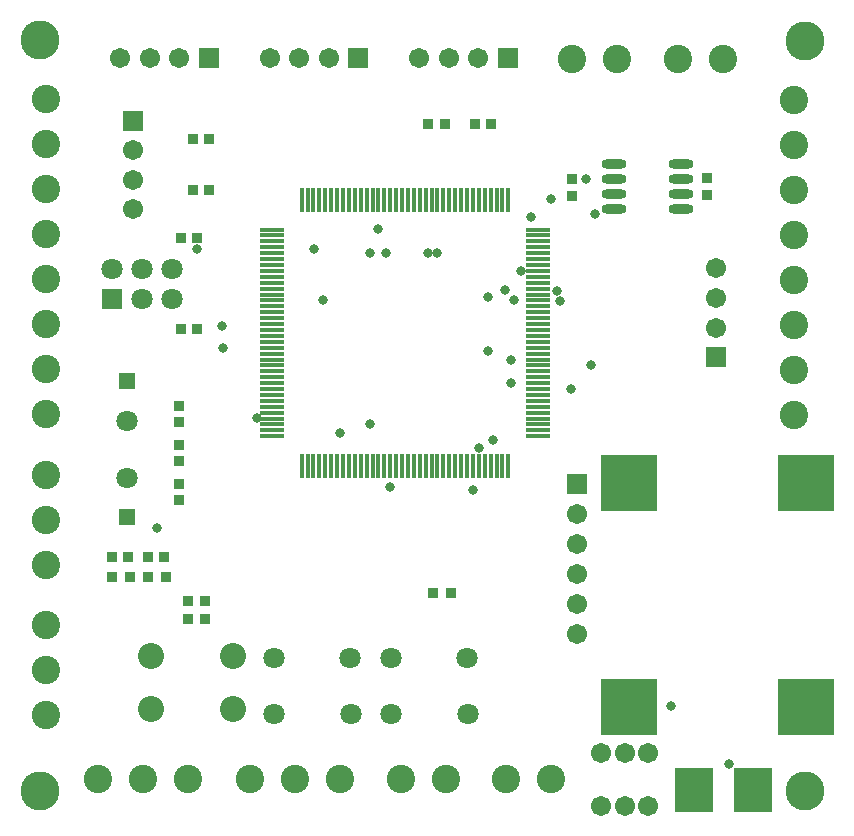
<source format=gts>
G04*
G04 #@! TF.GenerationSoftware,Altium Limited,Altium Designer,18.1.9 (240)*
G04*
G04 Layer_Color=8388736*
%FSLAX25Y25*%
%MOIN*%
G70*
G01*
G75*
%ADD25R,0.18517X0.18517*%
%ADD26R,0.07887X0.01800*%
%ADD27R,0.01800X0.07887*%
%ADD28R,0.03800X0.03800*%
%ADD29R,0.03800X0.03800*%
%ADD30R,0.12611X0.14580*%
%ADD31R,0.05800X0.05800*%
%ADD32O,0.08280X0.03162*%
%ADD33C,0.06706*%
%ADD34R,0.06706X0.06706*%
%ADD35C,0.09461*%
%ADD36R,0.06706X0.06706*%
%ADD37C,0.07099*%
%ADD38R,0.07099X0.07099*%
%ADD39C,0.13005*%
%ADD40C,0.08674*%
%ADD41C,0.03200*%
D25*
X529500Y192500D02*
D03*
X470445D02*
D03*
X529500Y267303D02*
D03*
X470445D02*
D03*
D26*
X351417Y351650D02*
D03*
Y349681D02*
D03*
Y347713D02*
D03*
Y345744D02*
D03*
Y343776D02*
D03*
Y341807D02*
D03*
Y339839D02*
D03*
Y337870D02*
D03*
Y335902D02*
D03*
Y333933D02*
D03*
Y331965D02*
D03*
Y329996D02*
D03*
Y328027D02*
D03*
Y326059D02*
D03*
Y324090D02*
D03*
Y322122D02*
D03*
Y320153D02*
D03*
Y318185D02*
D03*
Y316217D02*
D03*
Y314248D02*
D03*
Y312280D02*
D03*
Y310311D02*
D03*
Y308343D02*
D03*
Y306374D02*
D03*
Y304406D02*
D03*
Y302437D02*
D03*
Y300469D02*
D03*
Y298500D02*
D03*
Y296532D02*
D03*
Y294563D02*
D03*
Y292595D02*
D03*
Y290626D02*
D03*
Y288658D02*
D03*
Y286689D02*
D03*
Y284721D02*
D03*
Y282752D02*
D03*
X440000D02*
D03*
Y284721D02*
D03*
Y286689D02*
D03*
Y288658D02*
D03*
Y290626D02*
D03*
Y292594D02*
D03*
Y294563D02*
D03*
Y296532D02*
D03*
Y298500D02*
D03*
Y300469D02*
D03*
Y302437D02*
D03*
Y304406D02*
D03*
Y306374D02*
D03*
Y308343D02*
D03*
Y310311D02*
D03*
Y312280D02*
D03*
Y314248D02*
D03*
Y316217D02*
D03*
Y318185D02*
D03*
Y320154D02*
D03*
Y322122D02*
D03*
Y324091D02*
D03*
Y326059D02*
D03*
Y328028D02*
D03*
Y329996D02*
D03*
Y331965D02*
D03*
Y333933D02*
D03*
Y335902D02*
D03*
Y337870D02*
D03*
Y339839D02*
D03*
Y341807D02*
D03*
Y343776D02*
D03*
Y345744D02*
D03*
Y347713D02*
D03*
Y349681D02*
D03*
Y351650D02*
D03*
D27*
X361260Y272909D02*
D03*
X363228D02*
D03*
X365197D02*
D03*
X367165D02*
D03*
X369134D02*
D03*
X371102D02*
D03*
X373071D02*
D03*
X375039D02*
D03*
X377008D02*
D03*
X378976D02*
D03*
X380945D02*
D03*
X382913D02*
D03*
X384882D02*
D03*
X386850D02*
D03*
X388819D02*
D03*
X390787D02*
D03*
X392756D02*
D03*
X394724D02*
D03*
X396693D02*
D03*
X398661D02*
D03*
X400630D02*
D03*
X402598D02*
D03*
X404567D02*
D03*
X406535D02*
D03*
X408504D02*
D03*
X410472D02*
D03*
X412441D02*
D03*
X414409D02*
D03*
X416378D02*
D03*
X418346D02*
D03*
X420315D02*
D03*
X422283D02*
D03*
X424252D02*
D03*
X426220D02*
D03*
X428189D02*
D03*
X430157D02*
D03*
Y361492D02*
D03*
X428189D02*
D03*
X426220D02*
D03*
X424252D02*
D03*
X422283D02*
D03*
X420315D02*
D03*
X418346D02*
D03*
X416378D02*
D03*
X414409D02*
D03*
X412441D02*
D03*
X410472D02*
D03*
X408504D02*
D03*
X406535D02*
D03*
X404567D02*
D03*
X402598D02*
D03*
X400630D02*
D03*
X398661D02*
D03*
X396693D02*
D03*
X394724D02*
D03*
X392756D02*
D03*
X390787D02*
D03*
X388819D02*
D03*
X386850D02*
D03*
X384882D02*
D03*
X382913D02*
D03*
X380945D02*
D03*
X378976D02*
D03*
X377008D02*
D03*
X375039D02*
D03*
X373071D02*
D03*
X371102D02*
D03*
X369134D02*
D03*
X367165D02*
D03*
X365197D02*
D03*
X363228D02*
D03*
X361260D02*
D03*
D28*
X330500Y382000D02*
D03*
X325000D02*
D03*
X330500Y365000D02*
D03*
X325000D02*
D03*
X326500Y349000D02*
D03*
X321000D02*
D03*
Y318500D02*
D03*
X326500D02*
D03*
X303500Y242500D02*
D03*
X298000D02*
D03*
X315499D02*
D03*
X309999D02*
D03*
X303901Y236000D02*
D03*
X297901D02*
D03*
X315900D02*
D03*
X309900D02*
D03*
X329000Y228000D02*
D03*
X323500D02*
D03*
X405100Y230500D02*
D03*
X411100D02*
D03*
X323500Y222000D02*
D03*
X329000D02*
D03*
X419000Y387000D02*
D03*
X424500D02*
D03*
X403500D02*
D03*
X409000D02*
D03*
D29*
X320500Y287394D02*
D03*
Y292894D02*
D03*
Y274394D02*
D03*
Y279894D02*
D03*
Y266894D02*
D03*
Y261394D02*
D03*
X451500Y363000D02*
D03*
Y368500D02*
D03*
X496500Y363328D02*
D03*
Y368828D02*
D03*
D30*
X492000Y165000D02*
D03*
X511685D02*
D03*
D31*
X303000Y301031D02*
D03*
Y255756D02*
D03*
D32*
X487752Y358500D02*
D03*
Y363500D02*
D03*
Y368500D02*
D03*
Y373500D02*
D03*
X465248Y358500D02*
D03*
Y363500D02*
D03*
Y368500D02*
D03*
Y373500D02*
D03*
D33*
X453000Y217000D02*
D03*
Y227000D02*
D03*
Y237000D02*
D03*
Y247000D02*
D03*
Y257000D02*
D03*
X499500Y319000D02*
D03*
Y328843D02*
D03*
Y338685D02*
D03*
X320500Y409000D02*
D03*
X310657D02*
D03*
X300815D02*
D03*
X370343D02*
D03*
X360500D02*
D03*
X350657D02*
D03*
X420185D02*
D03*
X410343D02*
D03*
X400500D02*
D03*
X461126Y177217D02*
D03*
X469000D02*
D03*
X476874D02*
D03*
Y159500D02*
D03*
X469000D02*
D03*
X461126D02*
D03*
X305000Y358472D02*
D03*
Y368315D02*
D03*
Y378157D02*
D03*
D34*
X453000Y267000D02*
D03*
X330343Y409000D02*
D03*
X380185D02*
D03*
X430028D02*
D03*
D35*
X276000Y270000D02*
D03*
Y255000D02*
D03*
Y240000D02*
D03*
Y395079D02*
D03*
Y380079D02*
D03*
Y365079D02*
D03*
Y350079D02*
D03*
Y335079D02*
D03*
Y320079D02*
D03*
Y305079D02*
D03*
Y290079D02*
D03*
X525500Y290000D02*
D03*
Y305000D02*
D03*
Y320000D02*
D03*
Y335000D02*
D03*
Y350000D02*
D03*
Y365000D02*
D03*
Y380000D02*
D03*
Y395000D02*
D03*
X486748Y408500D02*
D03*
X501748D02*
D03*
X451248D02*
D03*
X466248D02*
D03*
X276000Y220000D02*
D03*
Y205000D02*
D03*
Y190000D02*
D03*
X293500Y168500D02*
D03*
X308500D02*
D03*
X323500D02*
D03*
X344000D02*
D03*
X359000D02*
D03*
X374000D02*
D03*
X444500D02*
D03*
X429500D02*
D03*
X409500D02*
D03*
X394500D02*
D03*
D36*
X499500Y309157D02*
D03*
X305000Y388000D02*
D03*
D37*
X318000Y338500D02*
D03*
Y328500D02*
D03*
X308000Y338500D02*
D03*
Y328500D02*
D03*
X298000Y338500D02*
D03*
X416600Y190065D02*
D03*
X391000D02*
D03*
X416500Y208865D02*
D03*
X391000D02*
D03*
X377600Y190065D02*
D03*
X352000D02*
D03*
X377500Y208865D02*
D03*
X352000D02*
D03*
X303000Y288000D02*
D03*
Y268787D02*
D03*
D38*
X298000Y328500D02*
D03*
D39*
X529000Y414500D02*
D03*
Y164500D02*
D03*
X274000D02*
D03*
Y415000D02*
D03*
D40*
X311000Y209500D02*
D03*
Y192000D02*
D03*
X338500Y209500D02*
D03*
Y192000D02*
D03*
D41*
X390787Y266000D02*
D03*
X365500Y345244D02*
D03*
X447341Y328000D02*
D03*
X444225Y361800D02*
D03*
X420315Y279000D02*
D03*
X346242Y288700D02*
D03*
X335000Y312280D02*
D03*
X431900Y328028D02*
D03*
X446400Y331300D02*
D03*
X434400Y337700D02*
D03*
X457800Y306374D02*
D03*
X456200Y368500D02*
D03*
X503700Y173600D02*
D03*
X484300Y193000D02*
D03*
X418300Y264900D02*
D03*
X313056Y252056D02*
D03*
X386850Y351850D02*
D03*
X334700Y319500D02*
D03*
X368500Y328200D02*
D03*
X389500Y343800D02*
D03*
X431000Y308300D02*
D03*
X384000Y287000D02*
D03*
X326500Y345200D02*
D03*
X374000Y283800D02*
D03*
X437800Y355700D02*
D03*
X429100Y331649D02*
D03*
X425000Y281389D02*
D03*
X451100Y298500D02*
D03*
X403300Y343800D02*
D03*
X384000D02*
D03*
X406500D02*
D03*
X459000Y357000D02*
D03*
X431000Y300500D02*
D03*
X423500Y311100D02*
D03*
Y329200D02*
D03*
M02*

</source>
